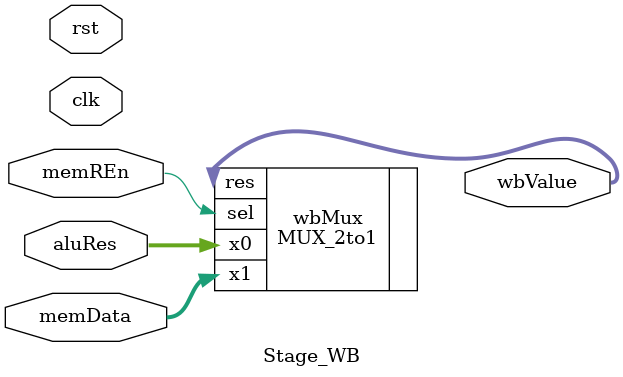
<source format=v>
module Stage_WB(
    input clk, rst,
    input memREn,
    input [31:0] aluRes, memData,
    output [31:0] wbValue
);
    MUX_2to1 #(32) wbMux(
        .x0(aluRes),
        .x1(memData),
        .sel(memREn),
        .res(wbValue)
    );
endmodule
</source>
